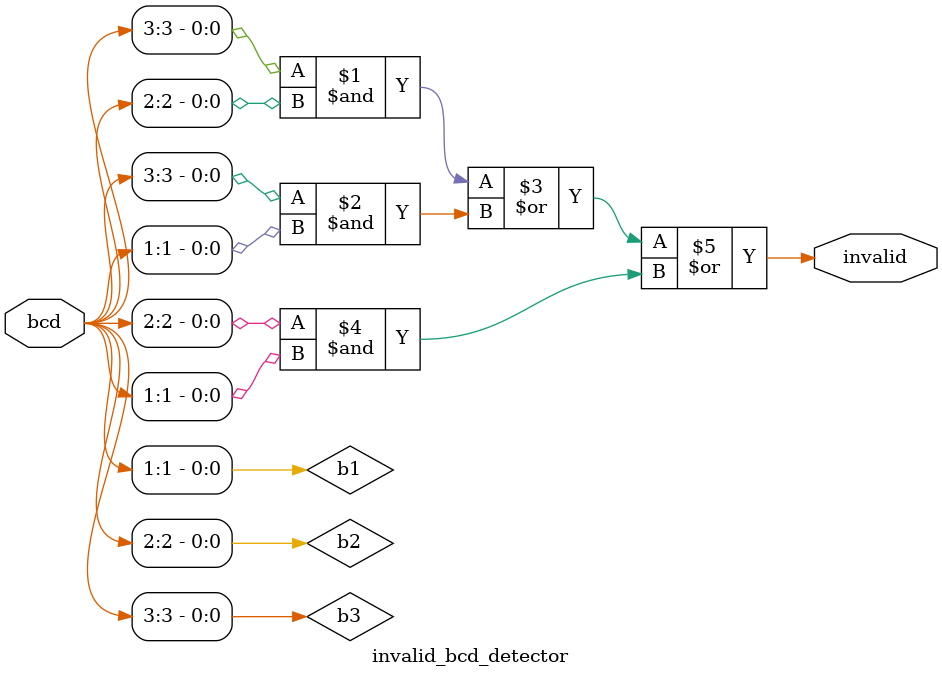
<source format=v>
module invalid_bcd_detector (
    input  wire [3:0] bcd,
    output wire invalid
);
    wire b3 = bcd[3];
    wire b2 = bcd[2];
    wire b1 = bcd[1];
    assign invalid = (b3 & b2) | (b3 & b1) | (b2 & b1);
endmodule

</source>
